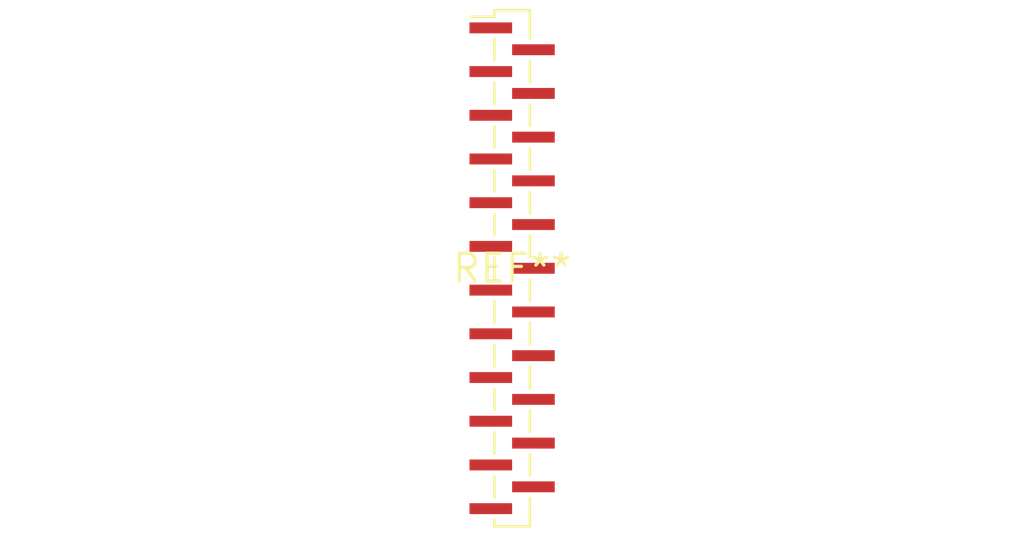
<source format=kicad_pcb>
(kicad_pcb (version 20240108) (generator pcbnew)
  (layers (0 "F.Cu" signal) (31 "B.Cu" signal) (34 "B.Paste" user) (35 "F.Paste" user) (36 "B.SilkS" user "B.Silkscreen") (37 "F.SilkS" user "F.Silkscreen") (38 "B.Mask" user) (39 "F.Mask" user) (44 "Edge.Cuts" user))
  (net 0 "")
  (footprint "PinSocket_1x23_P1.00mm_Vertical_SMD_Pin1Left" (layer "F.Cu") (at 0 0)
    (property "Reference" "REF**")
    (property "Value" "PinSocket_1x23_P1.00mm_Vertical_SMD_Pin1Left")
    (fp_line (start -1.89 -11.51) (end -0.81 -11.51) (layer "F.SilkS") (stroke (width 0.12)))
    (fp_line (start -0.81 -11.81) (end -0.81 -11.51) (layer "F.SilkS") (stroke (width 0.12)))
    (fp_line (start -0.81 -11.81) (end 0.81 -11.81) (layer "F.SilkS") (stroke (width 0.12)))
    (fp_line (start -0.81 -10.49) (end -0.81 -9.51) (layer "F.SilkS") (stroke (width 0.12)))
    (fp_line (start -0.81 -8.49) (end -0.81 -7.51) (layer "F.SilkS") (stroke (width 0.12)))
    (fp_line (start -0.81 -6.49) (end -0.81 -5.51) (layer "F.SilkS") (stroke (width 0.12)))
    (fp_line (start -0.81 -4.49) (end -0.81 -3.51) (layer "F.SilkS") (stroke (width 0.12)))
    (fp_line (start -0.81 -2.49) (end -0.81 -1.51) (layer "F.SilkS") (stroke (width 0.12)))
    (fp_line (start -0.81 -0.49) (end -0.81 0.49) (layer "F.SilkS") (stroke (width 0.12)))
    (fp_line (start -0.81 1.51) (end -0.81 2.49) (layer "F.SilkS") (stroke (width 0.12)))
    (fp_line (start -0.81 3.51) (end -0.81 4.49) (layer "F.SilkS") (stroke (width 0.12)))
    (fp_line (start -0.81 5.51) (end -0.81 6.49) (layer "F.SilkS") (stroke (width 0.12)))
    (fp_line (start -0.81 7.51) (end -0.81 8.49) (layer "F.SilkS") (stroke (width 0.12)))
    (fp_line (start -0.81 9.51) (end -0.81 10.49) (layer "F.SilkS") (stroke (width 0.12)))
    (fp_line (start -0.81 11.51) (end -0.81 11.81) (layer "F.SilkS") (stroke (width 0.12)))
    (fp_line (start -0.81 11.81) (end 0.81 11.81) (layer "F.SilkS") (stroke (width 0.12)))
    (fp_line (start 0.81 -11.81) (end 0.81 -10.51) (layer "F.SilkS") (stroke (width 0.12)))
    (fp_line (start 0.81 -9.49) (end 0.81 -8.51) (layer "F.SilkS") (stroke (width 0.12)))
    (fp_line (start 0.81 -7.49) (end 0.81 -6.51) (layer "F.SilkS") (stroke (width 0.12)))
    (fp_line (start 0.81 -5.49) (end 0.81 -4.51) (layer "F.SilkS") (stroke (width 0.12)))
    (fp_line (start 0.81 -3.49) (end 0.81 -2.51) (layer "F.SilkS") (stroke (width 0.12)))
    (fp_line (start 0.81 -1.49) (end 0.81 -0.51) (layer "F.SilkS") (stroke (width 0.12)))
    (fp_line (start 0.81 0.51) (end 0.81 1.49) (layer "F.SilkS") (stroke (width 0.12)))
    (fp_line (start 0.81 2.51) (end 0.81 3.49) (layer "F.SilkS") (stroke (width 0.12)))
    (fp_line (start 0.81 4.51) (end 0.81 5.49) (layer "F.SilkS") (stroke (width 0.12)))
    (fp_line (start 0.81 6.51) (end 0.81 7.49) (layer "F.SilkS") (stroke (width 0.12)))
    (fp_line (start 0.81 8.51) (end 0.81 9.49) (layer "F.SilkS") (stroke (width 0.12)))
    (fp_line (start 0.81 10.51) (end 0.81 11.81) (layer "F.SilkS") (stroke (width 0.12)))
    (pad "1" smd rect (at -0.975 -11) (size 1.95 0.5) (layers "F.Cu" "F.Paste" "F.Mask"))
    (pad "2" smd rect (at 0.975 -10) (size 1.95 0.5) (layers "F.Cu" "F.Paste" "F.Mask"))
    (pad "3" smd rect (at -0.975 -9) (size 1.95 0.5) (layers "F.Cu" "F.Paste" "F.Mask"))
    (pad "4" smd rect (at 0.975 -8) (size 1.95 0.5) (layers "F.Cu" "F.Paste" "F.Mask"))
    (pad "5" smd rect (at -0.975 -7) (size 1.95 0.5) (layers "F.Cu" "F.Paste" "F.Mask"))
    (pad "6" smd rect (at 0.975 -6) (size 1.95 0.5) (layers "F.Cu" "F.Paste" "F.Mask"))
    (pad "7" smd rect (at -0.975 -5) (size 1.95 0.5) (layers "F.Cu" "F.Paste" "F.Mask"))
    (pad "8" smd rect (at 0.975 -4) (size 1.95 0.5) (layers "F.Cu" "F.Paste" "F.Mask"))
    (pad "9" smd rect (at -0.975 -3) (size 1.95 0.5) (layers "F.Cu" "F.Paste" "F.Mask"))
    (pad "10" smd rect (at 0.975 -2) (size 1.95 0.5) (layers "F.Cu" "F.Paste" "F.Mask"))
    (pad "11" smd rect (at -0.975 -1) (size 1.95 0.5) (layers "F.Cu" "F.Paste" "F.Mask"))
    (pad "12" smd rect (at 0.975 0) (size 1.95 0.5) (layers "F.Cu" "F.Paste" "F.Mask"))
    (pad "13" smd rect (at -0.975 1) (size 1.95 0.5) (layers "F.Cu" "F.Paste" "F.Mask"))
    (pad "14" smd rect (at 0.975 2) (size 1.95 0.5) (layers "F.Cu" "F.Paste" "F.Mask"))
    (pad "15" smd rect (at -0.975 3) (size 1.95 0.5) (layers "F.Cu" "F.Paste" "F.Mask"))
    (pad "16" smd rect (at 0.975 4) (size 1.95 0.5) (layers "F.Cu" "F.Paste" "F.Mask"))
    (pad "17" smd rect (at -0.975 5) (size 1.95 0.5) (layers "F.Cu" "F.Paste" "F.Mask"))
    (pad "18" smd rect (at 0.975 6) (size 1.95 0.5) (layers "F.Cu" "F.Paste" "F.Mask"))
    (pad "19" smd rect (at -0.975 7) (size 1.95 0.5) (layers "F.Cu" "F.Paste" "F.Mask"))
    (pad "20" smd rect (at 0.975 8) (size 1.95 0.5) (layers "F.Cu" "F.Paste" "F.Mask"))
    (pad "21" smd rect (at -0.975 9) (size 1.95 0.5) (layers "F.Cu" "F.Paste" "F.Mask"))
    (pad "22" smd rect (at 0.975 10) (size 1.95 0.5) (layers "F.Cu" "F.Paste" "F.Mask"))
    (pad "23" smd rect (at -0.975 11) (size 1.95 0.5) (layers "F.Cu" "F.Paste" "F.Mask"))
  )
)
</source>
